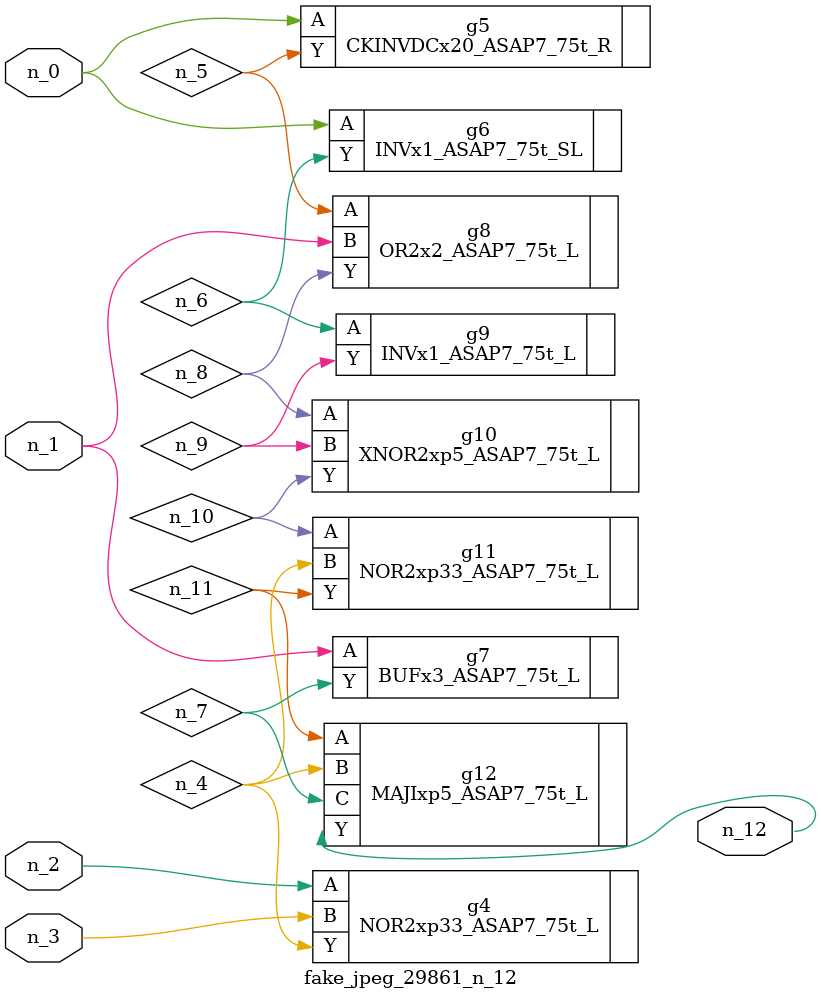
<source format=v>
module fake_jpeg_29861_n_12 (n_0, n_3, n_2, n_1, n_12);

input n_0;
input n_3;
input n_2;
input n_1;

output n_12;

wire n_11;
wire n_10;
wire n_4;
wire n_8;
wire n_9;
wire n_6;
wire n_5;
wire n_7;

NOR2xp33_ASAP7_75t_L g4 ( 
.A(n_2),
.B(n_3),
.Y(n_4)
);

CKINVDCx20_ASAP7_75t_R g5 ( 
.A(n_0),
.Y(n_5)
);

INVx1_ASAP7_75t_SL g6 ( 
.A(n_0),
.Y(n_6)
);

BUFx3_ASAP7_75t_L g7 ( 
.A(n_1),
.Y(n_7)
);

OR2x2_ASAP7_75t_L g8 ( 
.A(n_5),
.B(n_1),
.Y(n_8)
);

XNOR2xp5_ASAP7_75t_L g10 ( 
.A(n_8),
.B(n_9),
.Y(n_10)
);

INVx1_ASAP7_75t_L g9 ( 
.A(n_6),
.Y(n_9)
);

NOR2xp33_ASAP7_75t_L g11 ( 
.A(n_10),
.B(n_4),
.Y(n_11)
);

MAJIxp5_ASAP7_75t_L g12 ( 
.A(n_11),
.B(n_4),
.C(n_7),
.Y(n_12)
);


endmodule
</source>
